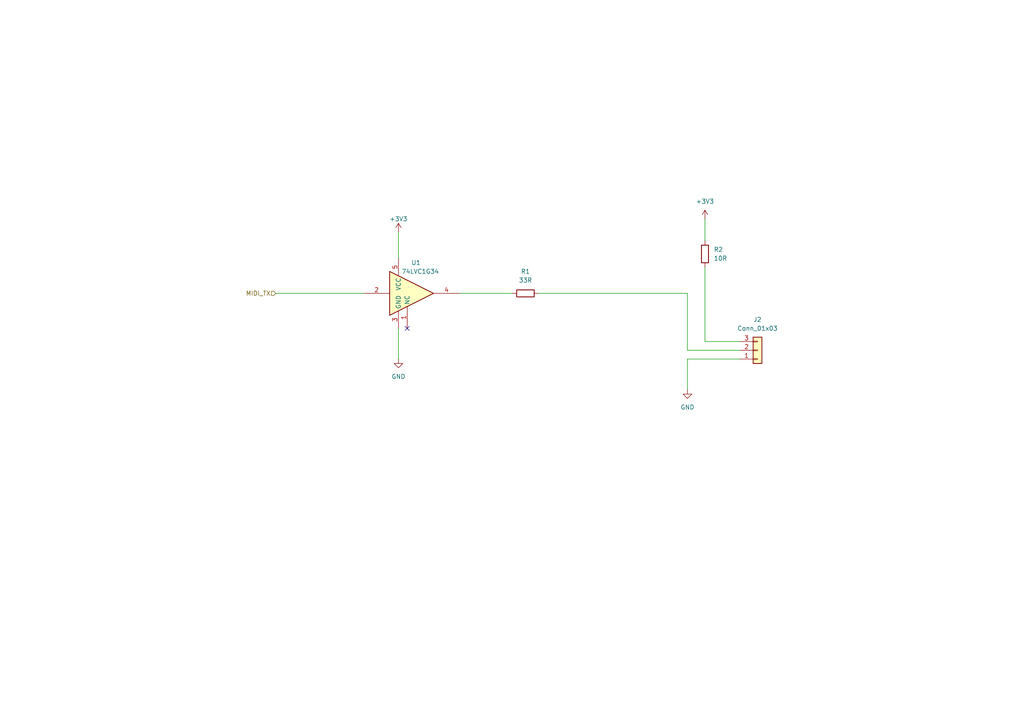
<source format=kicad_sch>
(kicad_sch (version 20230121) (generator eeschema)
  (paper "A4")
  (lib_symbols
    (symbol "74xGxx:74LVC1G34"
      (property "Reference" "U" (at 0 7.62 0))
      (property "Value" "74LVC1G34" (at 5.08 -7.62 0))
      (symbol "74LVC1G34_0_1"
        (polyline (pts (xy -7.62 6.35) (xy -7.62 -6.35) (xy 5.08 0) (xy -7.62 6.35)) (stroke (width 0.254)) (fill (type background)))
      )
      (symbol "74LVC1G34_1_1"
        (pin free line (at -2.54 -10.16 90) (length 6.35) (name "NC") (number "1"))
        (pin input line (at -15.24 0 0) (length 7.62) (name "~") (number "2"))
        (pin power_in line (at -5.08 -10.16 90) (length 5.08) (name "GND") (number "3"))
        (pin output line (at 12.7 0 180) (length 7.62) (name "~") (number "4"))
        (pin power_in line (at -5.08 10.16 270) (length 5.08) (name "VCC") (number "5"))
      )
    )
    (symbol "Connector_Generic:Conn_01x03" (pin_names (offset 1.016) hide)
      (property "Reference" "J" (at 0 5.08 0))
      (property "Value" "Conn_01x03" (at 0 -5.08 0))
      (symbol "Conn_01x03_1_1"
        (rectangle (start -1.27 -2.413) (end 0 -2.667) (stroke (width 0.1524)))
        (rectangle (start -1.27 0.127) (end 0 -0.127) (stroke (width 0.1524)))
        (rectangle (start -1.27 2.667) (end 0 2.413) (stroke (width 0.1524)))
        (rectangle (start -1.27 3.81) (end 1.27 -3.81) (stroke (width 0.254)) (fill (type background)))
        (pin passive line (at -5.08 2.54 0) (length 3.81) (name "Pin_1") (number "1"))
        (pin passive line (at -5.08 0 0) (length 3.81) (name "Pin_2") (number "2"))
        (pin passive line (at -5.08 -2.54 0) (length 3.81) (name "Pin_3") (number "3"))
      )
    )
    (symbol "Device:R" (pin_numbers hide) (pin_names (offset 0))
      (property "Reference" "R" (at 2.032 0 90))
      (property "Value" "R" (at 0 0 90))
      (symbol "R_0_1"
        (rectangle (start -1.016 -2.54) (end 1.016 2.54) (stroke (width 0.254)))
      )
      (symbol "R_1_1"
        (pin passive line (at 0 3.81 270) (length 1.27) (name "~") (number "1"))
        (pin passive line (at 0 -3.81 90) (length 1.27) (name "~") (number "2"))
      )
    )
    (symbol "power:+3V3" (power) (pin_names (offset 0))
      (property "Value" "+3V3" (at 0 3.556 0))
      (symbol "+3V3_0_1"
        (polyline (pts (xy -0.762 1.27) (xy 0 2.54)))
        (polyline (pts (xy 0 0) (xy 0 2.54)))
        (polyline (pts (xy 0 2.54) (xy 0.762 1.27)))
      )
      (symbol "+3V3_1_1"
        (pin power_in line (at 0 0 90) (length 0) hide (name "+3V3") (number "1"))
      )
    )
    (symbol "power:GND" (power) (pin_names (offset 0))
      (property "Value" "GND" (at 0 -3.81 0))
      (symbol "GND_0_1"
        (polyline (pts (xy 0 0) (xy 0 -1.27) (xy 1.27 -1.27) (xy 0 -2.54) (xy -1.27 -1.27) (xy 0 -1.27)))
      )
      (symbol "GND_1_1"
        (pin power_in line (at 0 0 270) (length 0) hide (name "GND") (number "1"))
      )
    )
  )
  (no_connect (at 118.11 95.25))
  (wire (pts (xy 204.47 63.5) (xy 204.47 69.85)))
  (wire (pts (xy 156.21 85.09) (xy 199.39 85.09)))
  (wire (pts (xy 199.39 85.09) (xy 199.39 101.6)))
  (wire (pts (xy 133.35 85.09) (xy 148.59 85.09)))
  (wire (pts (xy 115.57 95.25) (xy 115.57 104.14)))
  (wire (pts (xy 214.63 101.6) (xy 199.39 101.6)))
  (wire (pts (xy 204.47 77.47) (xy 204.47 99.06)))
  (wire (pts (xy 80.01 85.09) (xy 105.41 85.09)))
  (wire (pts (xy 199.39 104.14) (xy 214.63 104.14)))
  (wire (pts (xy 204.47 99.06) (xy 214.63 99.06)))
  (wire (pts (xy 115.57 67.31) (xy 115.57 74.93)))
  (wire (pts (xy 199.39 104.14) (xy 199.39 113.03)))
  (hierarchical_label "MIDI_TX" (shape input) (at 80.01 85.09 180))
  (symbol (lib_id "power:GND") (at 199.39 113.03 0) (unit 1)
    (property "Reference" "#PWR05" (effects hide))
    (property "Value" "GND" (at 199.39 118.11 0))
  )
  (symbol (lib_id "Device:R") (at 152.4 85.09 90) (unit 1)
    (property "Reference" "R1" (at 152.4 78.74 90))
    (property "Value" "33R" (at 152.4 81.28 90))
    (property "Footprint" "Resistor_SMD:R_0805_2012Metric_Pad1.20x1.40mm_HandSolder" (effects hide))
  )
  (symbol (lib_id "Device:R") (at 204.47 73.66 180) (unit 1)
    (property "Reference" "R2" (at 207.01 72.3899 0) (effects (justify right)))
    (property "Value" "10R" (at 207.01 74.9299 0) (effects (justify right)))
    (property "Footprint" "Resistor_SMD:R_0805_2012Metric_Pad1.20x1.40mm_HandSolder" (effects hide))
  )
  (symbol (lib_id "power:+3V3") (at 115.57 67.31 0) (unit 1)
    (property "Reference" "#PWR03" (effects hide))
    (property "Value" "+3V3" (at 115.57 63.5 0))
  )
  (symbol (lib_id "Connector_Generic:Conn_01x03") (at 219.71 101.6 0) (mirror x) (unit 1)
    (property "Reference" "J2" (at 219.71 92.71 0))
    (property "Value" "Conn_01x03" (at 219.71 95.25 0))
    (property "Footprint" "Connector_PinHeader_2.54mm:PinHeader_1x03_P2.54mm_Horizontal" (effects hide))
  )
  (symbol (lib_id "74xGxx:74LVC1G34") (at 120.65 85.09 0) (unit 1)
    (property "Reference" "U1" (at 120.65 76.2 0))
    (property "Value" "74LVC1G34" (at 121.92 78.74 0))
    (property "Footprint" "Package_TO_SOT_SMD:SOT-23-5_HandSoldering" (effects hide))
    (property "Datasheet" "https://www.ti.com/lit/ds/symlink/sn74lvc1g34.pdf" (effects hide))
  )
  (symbol (lib_id "power:GND") (at 115.57 104.14 0) (unit 1)
    (property "Reference" "#PWR04" (effects hide))
    (property "Value" "GND" (at 115.57 109.22 0))
  )
  (symbol (lib_id "power:+3V3") (at 204.47 63.5 0) (unit 1)
    (property "Reference" "#PWR06" (effects hide))
    (property "Value" "+3V3" (at 204.47 58.42 0))
  )
)
</source>
